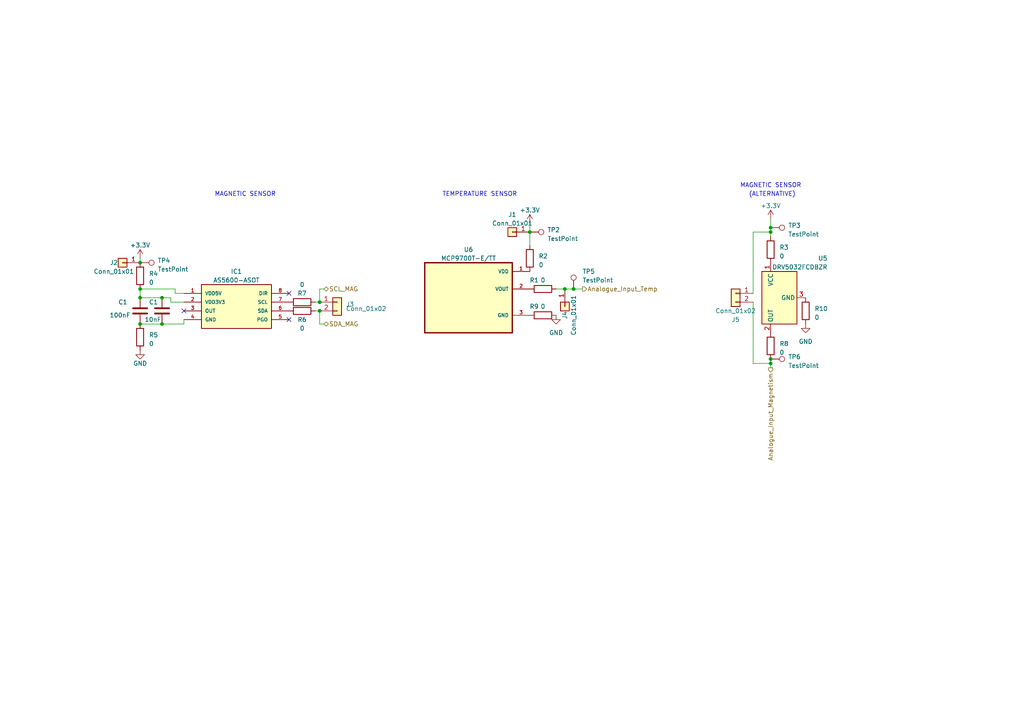
<source format=kicad_sch>
(kicad_sch (version 20230121) (generator eeschema)
  (paper "A4")
  (lib_symbols
    (symbol "AS5600-ASOT:AS5600-ASOT" (pin_names (offset 1.016))
      (property "Reference" "IC" (at 6.35 5.08 0))
      (property "Value" "AS5600-ASOT" (at 6.35 -12.7 0))
      (symbol "AS5600-ASOT_0_0"
        (rectangle (start 5.08 -10.16) (end 25.4 2.54) (stroke (width 0.254)) (fill (type background)))
        (pin bidirectional line (at 0 0 0) (length 5.08) (name "VDD5V") (number "1"))
        (pin bidirectional line (at 0 -2.54 0) (length 5.08) (name "VDD3V3") (number "2"))
        (pin bidirectional line (at 0 -5.08 0) (length 5.08) (name "OUT") (number "3"))
        (pin bidirectional line (at 0 -7.62 0) (length 5.08) (name "GND") (number "4"))
        (pin bidirectional line (at 30.48 -7.62 180) (length 5.08) (name "PGO") (number "5"))
        (pin bidirectional line (at 30.48 -5.08 180) (length 5.08) (name "SDA") (number "6"))
        (pin bidirectional line (at 30.48 -2.54 180) (length 5.08) (name "SCL") (number "7"))
        (pin bidirectional line (at 30.48 0 180) (length 5.08) (name "DIR") (number "8"))
      )
    )
    (symbol "Connector:TestPoint" (pin_numbers hide) (pin_names (offset 0.762) hide)
      (property "Reference" "TP" (at 0 6.858 0))
      (property "Value" "TestPoint" (at 0 5.08 0))
      (symbol "TestPoint_0_1"
        (circle (center 0 3.302) (radius 0.762))
      )
      (symbol "TestPoint_1_1"
        (pin passive line (at 0 0 90) (length 2.54) (name "1") (number "1"))
      )
    )
    (symbol "Connector_Generic:Conn_01x01" (pin_names (offset 1.016) hide)
      (property "Reference" "J" (at 0 2.54 0))
      (property "Value" "Conn_01x01" (at 0 -2.54 0))
      (symbol "Conn_01x01_1_1"
        (rectangle (start -1.27 0.127) (end 0 -0.127) (stroke (width 0.1524)))
        (rectangle (start -1.27 1.27) (end 1.27 -1.27) (stroke (width 0.254)) (fill (type background)))
        (pin passive line (at -5.08 0 0) (length 3.81) (name "Pin_1") (number "1"))
      )
    )
    (symbol "Connector_Generic:Conn_01x02" (pin_names (offset 1.016) hide)
      (property "Reference" "J" (at 0 2.54 0))
      (property "Value" "Conn_01x02" (at 0 -5.08 0))
      (symbol "Conn_01x02_1_1"
        (rectangle (start -1.27 -2.413) (end 0 -2.667) (stroke (width 0.1524)))
        (rectangle (start -1.27 0.127) (end 0 -0.127) (stroke (width 0.1524)))
        (rectangle (start -1.27 1.27) (end 1.27 -3.81) (stroke (width 0.254)) (fill (type background)))
        (pin passive line (at -5.08 0 0) (length 3.81) (name "Pin_1") (number "1"))
        (pin passive line (at -5.08 -2.54 0) (length 3.81) (name "Pin_2") (number "2"))
      )
    )
    (symbol "Device:C" (pin_numbers hide) (pin_names (offset 0.254))
      (property "Reference" "C" (at 0.635 2.54 0))
      (property "Value" "C" (at 0.635 -2.54 0))
      (symbol "C_0_1"
        (polyline (pts (xy -2.032 -0.762) (xy 2.032 -0.762)) (stroke (width 0.508)))
        (polyline (pts (xy -2.032 0.762) (xy 2.032 0.762)) (stroke (width 0.508)))
      )
      (symbol "C_1_1"
        (pin passive line (at 0 3.81 270) (length 2.794) (name "~") (number "1"))
        (pin passive line (at 0 -3.81 90) (length 2.794) (name "~") (number "2"))
      )
    )
    (symbol "Device:R" (pin_numbers hide) (pin_names (offset 0))
      (property "Reference" "R" (at 2.032 0 90))
      (property "Value" "R" (at 0 0 90))
      (symbol "R_0_1"
        (rectangle (start -1.016 -2.54) (end 1.016 2.54) (stroke (width 0.254)))
      )
      (symbol "R_1_1"
        (pin passive line (at 0 3.81 270) (length 1.27) (name "~") (number "1"))
        (pin passive line (at 0 -3.81 90) (length 1.27) (name "~") (number "2"))
      )
    )
    (symbol "MCP9700T-E_TT:MCP9700T-E{slash}TT" (pin_names (offset 1.016))
      (property "Reference" "U" (at -12.7 11.16 0))
      (property "Value" "MCP9700T-E{slash}TT" (at -12.7 -14.16 0))
      (symbol "MCP9700T-E{slash}TT_0_0"
        (rectangle (start -12.7 -10.16) (end 12.7 10.16) (stroke (width 0.41)) (fill (type background)))
        (pin power_in line (at 17.78 7.62 180) (length 5.08) (name "VDD") (number "1"))
        (pin output line (at 17.78 2.54 180) (length 5.08) (name "VOUT") (number "2"))
        (pin power_in line (at 17.78 -5.08 180) (length 5.08) (name "GND") (number "3"))
      )
    )
    (symbol "Sensor_Magnetic:DRV5033FAxDBZ"
      (property "Reference" "U5" (at -6.35 0.635 0))
      (property "Value" "DRV5032FCDBZR" (at -6.35 -1.905 0))
      (symbol "DRV5033FAxDBZ_1_1"
        (rectangle (start -5.08 7.62) (end 5.08 -7.62) (stroke (width 0.254)) (fill (type background)))
        (pin power_in line (at -2.54 10.16 270) (length 2.54) (name "VCC") (number "1"))
        (pin output line (at -2.54 -10.16 90) (length 2.54) (name "OUT") (number "2"))
        (pin power_in line (at 7.62 0 180) (length 2.54) (name "GND") (number "3"))
      )
    )
    (symbol "power:+3.3V" (power) (pin_names (offset 0))
      (property "Value" "+3.3V" (at 0 3.556 0))
      (symbol "+3.3V_0_1"
        (polyline (pts (xy -0.762 1.27) (xy 0 2.54)))
        (polyline (pts (xy 0 0) (xy 0 2.54)))
        (polyline (pts (xy 0 2.54) (xy 0.762 1.27)))
      )
      (symbol "+3.3V_1_1"
        (pin power_in line (at 0 0 90) (length 0) hide (name "+3.3V") (number "1"))
      )
    )
    (symbol "power:GND" (power) (pin_names (offset 0))
      (property "Value" "GND" (at 0 -3.81 0))
      (symbol "GND_0_1"
        (polyline (pts (xy 0 0) (xy 0 -1.27) (xy 1.27 -1.27) (xy 0 -2.54) (xy -1.27 -1.27) (xy 0 -1.27)))
      )
      (symbol "GND_1_1"
        (pin power_in line (at 0 0 270) (length 0) hide (name "GND") (number "1"))
      )
    )
  )
  (junction (at 46.99 86.36))
  (junction (at 223.52 67.31))
  (junction (at 40.64 93.98))
  (junction (at 153.67 67.31))
  (junction (at 166.37 83.82))
  (junction (at 223.52 66.04))
  (junction (at 223.52 105.41))
  (junction (at 92.71 87.63))
  (junction (at 40.64 76.2))
  (junction (at 92.71 90.17))
  (junction (at 163.83 83.82))
  (junction (at 223.52 104.14))
  (junction (at 40.64 83.82))
  (junction (at 40.64 86.36))
  (junction (at 46.99 93.98))
  (no_connect (at 83.82 85.09))
  (no_connect (at 83.82 92.71))
  (no_connect (at 53.34 90.17))
  (wire (pts (xy 40.64 83.82) (xy 50.8 83.82)))
  (wire (pts (xy 50.8 83.82) (xy 50.8 85.09)))
  (wire (pts (xy 166.37 83.82) (xy 168.91 83.82)))
  (wire (pts (xy 92.71 83.82) (xy 92.71 87.63)))
  (wire (pts (xy 53.34 93.98) (xy 53.34 92.71)))
  (wire (pts (xy 218.44 67.31) (xy 223.52 67.31)))
  (wire (pts (xy 50.8 85.09) (xy 53.34 85.09)))
  (wire (pts (xy 153.67 67.31) (xy 153.67 71.12)))
  (wire (pts (xy 223.52 63.5) (xy 223.52 66.04)))
  (wire (pts (xy 92.71 90.17) (xy 91.44 90.17)))
  (wire (pts (xy 40.64 74.93) (xy 40.64 76.2)))
  (wire (pts (xy 218.44 87.63) (xy 218.44 105.41)))
  (wire (pts (xy 223.52 67.31) (xy 223.52 68.58)))
  (wire (pts (xy 153.67 64.77) (xy 153.67 67.31)))
  (wire (pts (xy 49.53 86.36) (xy 49.53 87.63)))
  (wire (pts (xy 46.99 93.98) (xy 53.34 93.98)))
  (wire (pts (xy 218.44 85.09) (xy 218.44 67.31)))
  (wire (pts (xy 40.64 86.36) (xy 46.99 86.36)))
  (wire (pts (xy 223.52 105.41) (xy 223.52 104.14)))
  (wire (pts (xy 93.98 83.82) (xy 92.71 83.82)))
  (wire (pts (xy 93.98 93.98) (xy 92.71 93.98)))
  (wire (pts (xy 223.52 106.68) (xy 223.52 105.41)))
  (wire (pts (xy 40.64 83.82) (xy 40.64 86.36)))
  (wire (pts (xy 161.29 83.82) (xy 163.83 83.82)))
  (wire (pts (xy 163.83 83.82) (xy 166.37 83.82)))
  (wire (pts (xy 218.44 105.41) (xy 223.52 105.41)))
  (wire (pts (xy 46.99 86.36) (xy 49.53 86.36)))
  (wire (pts (xy 92.71 93.98) (xy 92.71 90.17)))
  (wire (pts (xy 40.64 93.98) (xy 46.99 93.98)))
  (wire (pts (xy 92.71 87.63) (xy 91.44 87.63)))
  (wire (pts (xy 223.52 66.04) (xy 223.52 67.31)))
  (wire (pts (xy 49.53 87.63) (xy 53.34 87.63)))
  (text "MAGNETIC SENSOR" (at 62.23 57.15 0) (effects (font (size 1.27 1.27)) (justify left bottom)))
  (text "(ALTERNATIVE)" (at 217.17 57.15 0) (effects (font (size 1.27 1.27)) (justify left bottom)))
  (text "MAGNETIC SENSOR" (at 214.63 54.61 0) (effects (font (size 1.27 1.27)) (justify left bottom)))
  (text "TEMPERATURE SENSOR\n" (at 128.27 57.15 0) (effects (font (size 1.27 1.27)) (justify left bottom)))
  (hierarchical_label "Analogue_Input_Temp" (shape output) (at 168.91 83.82 0))
  (hierarchical_label "SDA_MAG" (shape bidirectional) (at 93.98 93.98 0))
  (hierarchical_label "Analogue_Input_Magnetism" (shape output) (at 223.52 106.68 270))
  (hierarchical_label "SCL_MAG" (shape bidirectional) (at 93.98 83.82 0))
  (symbol (lib_id "Device:R") (at 233.68 90.17 0) (unit 1)
    (property "Reference" "R10" (at 236.22 89.535 0) (effects (justify left)))
    (property "Value" "0" (at 236.22 92.075 0) (effects (justify left)))
  )
  (symbol (lib_id "Device:R") (at 157.48 83.82 90) (unit 1)
    (property "Reference" "R1" (at 154.94 81.28 90))
    (property "Value" "0" (at 157.48 81.28 90))
  )
  (symbol (lib_id "power:GND") (at 233.68 93.98 0) (unit 1)
    (property "Reference" "#PWR02" (effects hide))
    (property "Value" "GND" (at 233.68 99.06 0))
  )
  (symbol (lib_id "Device:R") (at 223.52 72.39 0) (unit 1)
    (property "Reference" "R3" (at 226.06 71.755 0) (effects (justify left)))
    (property "Value" "0" (at 226.06 74.295 0) (effects (justify left)))
  )
  (symbol (lib_id "Connector:TestPoint") (at 40.64 76.2 270) (unit 1)
    (property "Reference" "TP4" (at 45.72 75.565 90) (effects (justify left)))
    (property "Value" "TestPoint" (at 45.72 78.105 90) (effects (justify left)))
  )
  (symbol (lib_id "AS5600-ASOT:AS5600-ASOT") (at 53.34 85.09 0) (unit 1)
    (property "Reference" "IC1" (at 68.58 78.74 0))
    (property "Value" "AS5600-ASOT" (at 68.58 81.28 0))
    (property "Footprint" "SOIC127P600X175-8N" (effects hide))
    (property "ARROW_PRICE-STOCK" "https://www.arrow.com/en/products/as5600-asot/ams-ag?region=nac" (effects hide))
    (property "DESCRIPTION" "Board Mount Hall Effect / Magnetic Sensors AS5600 Magnetic Sensor 12-Bit" (effects hide))
    (property "MOUSER_PART_NUMBER" "985-AS5600-ASOT" (effects hide))
    (property "MANUFACTURER_NAME" "ams" (effects hide))
    (property "HEIGHT" "1.75mm" (effects hide))
    (property "MOUSER_PRICE-STOCK" "https://www.mouser.co.uk/ProductDetail/ams/AS5600-ASOT?qs=KTMMzrZdriGJpjhsnAEYBA%3D%3D" (effects hide))
    (property "ARROW_PART_NUMBER" "AS5600-ASOT" (effects hide))
    (property "MANUFACTURER_PART_NUMBER" "AS5600-ASOT" (effects hide))
  )
  (symbol (lib_id "Device:R") (at 157.48 91.44 90) (unit 1)
    (property "Reference" "R9" (at 154.94 88.9 90))
    (property "Value" "0" (at 157.48 88.9 90))
  )
  (symbol (lib_id "Connector:TestPoint") (at 223.52 66.04 270) (unit 1)
    (property "Reference" "TP3" (at 228.6 65.405 90) (effects (justify left)))
    (property "Value" "TestPoint" (at 228.6 67.945 90) (effects (justify left)))
  )
  (symbol (lib_id "power:GND") (at 40.64 101.6 0) (unit 1)
    (property "Reference" "#PWR01" (effects hide))
    (property "Value" "GND" (at 40.64 105.41 0))
  )
  (symbol (lib_id "Device:C") (at 40.64 90.17 0) (unit 1)
    (property "Reference" "C1" (at 34.29 87.63 0) (effects (justify left)))
    (property "Value" "100nF" (at 31.75 91.44 0) (effects (justify left)))
  )
  (symbol (lib_id "Device:R") (at 40.64 80.01 0) (unit 1)
    (property "Reference" "R4" (at 43.18 79.375 0) (effects (justify left)))
    (property "Value" "0" (at 43.18 81.915 0) (effects (justify left)))
  )
  (symbol (lib_id "Connector:TestPoint") (at 223.52 104.14 270) (unit 1)
    (property "Reference" "TP6" (at 228.6 103.505 90) (effects (justify left)))
    (property "Value" "TestPoint" (at 228.6 106.045 90) (effects (justify left)))
  )
  (symbol (lib_id "Connector:TestPoint") (at 166.37 83.82 0) (unit 1)
    (property "Reference" "TP5" (at 168.91 78.74 0) (effects (justify left)))
    (property "Value" "TestPoint" (at 168.91 81.28 0) (effects (justify left)))
  )
  (symbol (lib_id "power:+3.3V") (at 223.52 63.5 0) (unit 1)
    (property "Reference" "#PWR04" (effects hide))
    (property "Value" "+3.3V" (at 223.52 59.69 0))
  )
  (symbol (lib_id "Device:C") (at 46.99 90.17 0) (unit 1)
    (property "Reference" "C1" (at 43.18 87.63 0) (effects (justify left)))
    (property "Value" "10nF" (at 41.91 92.71 0) (effects (justify left)))
  )
  (symbol (lib_id "Device:R") (at 87.63 87.63 90) (unit 1)
    (property "Reference" "R6" (at 87.63 92.71 90))
    (property "Value" "0" (at 87.63 82.55 90))
  )
  (symbol (lib_id "power:+3.3V") (at 153.67 64.77 0) (unit 1)
    (property "Reference" "#PWR05" (effects hide))
    (property "Value" "+3.3V" (at 153.67 60.96 0))
  )
  (symbol (lib_id "Connector_Generic:Conn_01x01") (at 35.56 76.2 180) (unit 1)
    (property "Reference" "J2" (at 33.02 76.2 0))
    (property "Value" "Conn_01x01" (at 33.02 78.74 0))
  )
  (symbol (lib_id "Device:R") (at 153.67 74.93 0) (unit 1)
    (property "Reference" "R2" (at 156.21 74.295 0) (effects (justify left)))
    (property "Value" "0" (at 156.21 76.835 0) (effects (justify left)))
  )
  (symbol (lib_id "Sensor_Magnetic:DRV5033FAxDBZ") (at 226.06 86.36 0) (unit 1)
    (property "Reference" "U5" (at 240.03 74.93 0) (effects (justify right)))
    (property "Value" "DRV5032FCDBZR" (at 240.03 77.47 0) (effects (justify right)))
    (property "Footprint" "DRV5032FCDBZR:SOT95P237X112-3N" (effects hide))
    (property "Datasheet" "https://www.ti.com/lit/ds/symlink/drv5032.pdf?HQS=dis-mous-null-mousermode-dsf-pf-null-wwe&ts=1677925367122&ref_url=https%253A%252F%252Fwww.mouser.co.za%252F" (effects hide))
  )
  (symbol (lib_id "Connector:TestPoint") (at 153.67 67.31 270) (unit 1)
    (property "Reference" "TP2" (at 158.75 66.675 90) (effects (justify left)))
    (property "Value" "TestPoint" (at 158.75 69.215 90) (effects (justify left)))
  )
  (symbol (lib_id "MCP9700T-E_TT:MCP9700T-E{slash}TT") (at 135.89 86.36 0) (unit 1)
    (property "Reference" "U6" (at 135.89 72.39 0))
    (property "Value" "MCP9700T-E/TT" (at 135.89 74.93 0))
    (property "Footprint" "MCP9700T-ETT:SOT95P237X112-3N" (effects hide))
  )
  (symbol (lib_id "Connector_Generic:Conn_01x01") (at 163.83 88.9 270) (unit 1)
    (property "Reference" "J4" (at 163.83 91.44 0))
    (property "Value" "Conn_01x01" (at 166.37 91.44 0))
  )
  (symbol (lib_id "Device:R") (at 87.63 90.17 90) (unit 1)
    (property "Reference" "R7" (at 87.63 85.09 90))
    (property "Value" "0" (at 87.63 95.25 90))
  )
  (symbol (lib_id "Device:R") (at 223.52 100.33 0) (unit 1)
    (property "Reference" "R8" (at 226.06 99.695 0) (effects (justify left)))
    (property "Value" "0" (at 226.06 102.235 0) (effects (justify left)))
  )
  (symbol (lib_id "Connector_Generic:Conn_01x01") (at 148.59 67.31 180) (unit 1)
    (property "Reference" "J1" (at 148.59 62.23 0))
    (property "Value" "Conn_01x01" (at 148.59 64.77 0))
  )
  (symbol (lib_id "power:GND") (at 161.29 91.44 0) (unit 1)
    (property "Reference" "#PWR06" (effects hide))
    (property "Value" "GND" (at 161.29 96.52 0))
  )
  (symbol (lib_id "Connector_Generic:Conn_01x02") (at 97.79 87.63 0) (unit 1)
    (property "Reference" "J3" (at 100.33 88.265 0) (effects (justify left)))
    (property "Value" "Conn_01x02" (at 100.33 89.535 0) (effects (justify left)))
  )
  (symbol (lib_id "Connector_Generic:Conn_01x02") (at 213.36 85.09 0) (mirror y) (unit 1)
    (property "Reference" "J5" (at 213.36 92.71 0))
    (property "Value" "Conn_01x02" (at 213.36 90.17 0))
  )
  (symbol (lib_id "Device:R") (at 40.64 97.79 0) (unit 1)
    (property "Reference" "R5" (at 43.18 97.155 0) (effects (justify left)))
    (property "Value" "0" (at 43.18 99.695 0) (effects (justify left)))
  )
  (symbol (lib_id "power:+3.3V") (at 40.64 74.93 0) (unit 1)
    (property "Reference" "#PWR03" (effects hide))
    (property "Value" "+3.3V" (at 40.64 71.12 0))
  )
)
</source>
